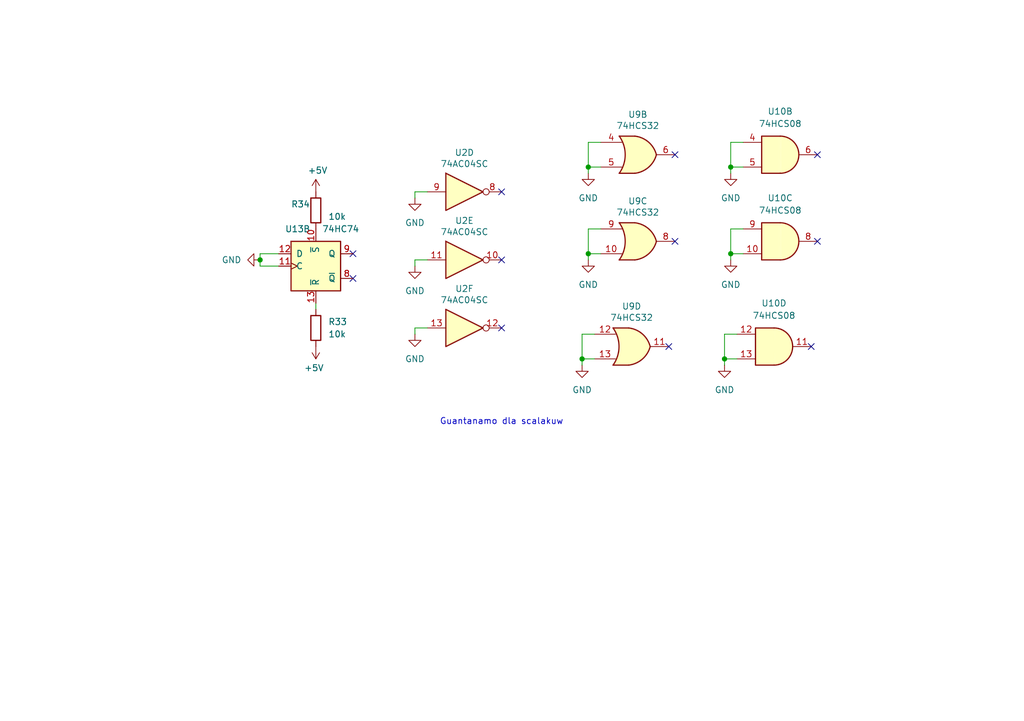
<source format=kicad_sch>
(kicad_sch (version 20250114) (generator "eeschema") (generator_version "9.0")
  (paper "A5")
  (title_block (company "Author: Przemysław Zioła") (comment 1 "Reviewer: Szymon Sambor"))
  (lib_symbols
    (symbol "74xx:74HC74" (pin_names (offset 1.016))
      (property "Reference" "U" (at -7.62 8.89 0))
      (property "Value" "74HC74" (at -7.62 -8.89 0))
      (symbol "74HC74_1_0"
        (pin input line (at -7.62 2.54 0) (length 2.54) (name "D") (number "2"))
        (pin input clock (at -7.62 0 0) (length 2.54) (name "C") (number "3"))
        (pin input line (at 0 7.62 270) (length 2.54) (name "~{S}") (number "4"))
        (pin input line (at 0 -7.62 90) (length 2.54) (name "~{R}") (number "1"))
        (pin output line (at 7.62 2.54 180) (length 2.54) (name "Q") (number "5"))
        (pin output line (at 7.62 -2.54 180) (length 2.54) (name "~{Q}") (number "6"))
      )
      (symbol "74HC74_1_1"
        (rectangle (start -5.08 5.08) (end 5.08 -5.08) (stroke (width 0.254)) (fill (type background)))
      )
      (symbol "74HC74_2_0"
        (pin input line (at -7.62 2.54 0) (length 2.54) (name "D") (number "12"))
        (pin input clock (at -7.62 0 0) (length 2.54) (name "C") (number "11"))
        (pin input line (at 0 7.62 270) (length 2.54) (name "~{S}") (number "10"))
        (pin input line (at 0 -7.62 90) (length 2.54) (name "~{R}") (number "13"))
        (pin output line (at 7.62 2.54 180) (length 2.54) (name "Q") (number "9"))
        (pin output line (at 7.62 -2.54 180) (length 2.54) (name "~{Q}") (number "8"))
      )
      (symbol "74HC74_2_1"
        (rectangle (start -5.08 5.08) (end 5.08 -5.08) (stroke (width 0.254)) (fill (type background)))
      )
      (symbol "74HC74_3_0"
        (pin power_in line (at 0 10.16 270) (length 2.54) (name "VCC") (number "14"))
        (pin power_in line (at 0 -10.16 90) (length 2.54) (name "GND") (number "7"))
      )
      (symbol "74HC74_3_1"
        (rectangle (start -5.08 7.62) (end 5.08 -7.62) (stroke (width 0.254)) (fill (type background)))
      )
    )
    (symbol "74xx:74LS08" (pin_names (offset 1.016))
      (property "Reference" "U" (at 0 1.27 0))
      (property "Value" "74LS08" (at 0 -1.27 0))
      (symbol "74LS08_1_1"
        (arc (start 0 3.81) (mid 3.7934 0) (end 0 -3.81) (stroke (width 0.254)) (fill (type background)))
        (polyline (pts (xy 0 3.81) (xy -3.81 3.81) (xy -3.81 -3.81) (xy 0 -3.81)) (stroke (width 0.254)) (fill (type background)))
        (pin input line (at -7.62 2.54 0) (length 3.81) (name "~") (number "1"))
        (pin input line (at -7.62 -2.54 0) (length 3.81) (name "~") (number "2"))
        (pin output line (at 7.62 0 180) (length 3.81) (name "~") (number "3"))
      )
      (symbol "74LS08_1_2"
        (arc (start -3.81 3.81) (mid -2.589 0) (end -3.81 -3.81) (stroke (width 0.254)))
        (polyline (pts (xy -3.81 3.81) (xy -0.635 3.81)) (stroke (width 0.254)) (fill (type background)))
        (polyline (pts (xy -3.81 -3.81) (xy -0.635 -3.81)) (stroke (width 0.254)) (fill (type background)))
        (arc (start 3.81 0) (mid 2.1855 -2.584) (end -0.6096 -3.81) (stroke (width 0.254)) (fill (type background)))
        (arc (start -0.6096 3.81) (mid 2.1928 2.5924) (end 3.81 0) (stroke (width 0.254)) (fill (type background)))
        (polyline (pts (xy -0.635 3.81) (xy -3.81 3.81) (xy -3.81 3.81) (xy -3.556 3.4036) (xy -3.0226 2.2606) (xy -2.6924 1.0414) (xy -2.6162 -0.254) (xy -2.7686 -1.4986) (xy -3.175 -2.7178) (xy -3.81 -3.81) (xy -3.81 -3.81) (xy -0.635 -3.81)) (stroke (width -25.4)) (fill (type background)))
        (pin input inverted (at -7.62 2.54 0) (length 4.318) (name "~") (number "1"))
        (pin input inverted (at -7.62 -2.54 0) (length 4.318) (name "~") (number "2"))
        (pin output inverted (at 7.62 0 180) (length 3.81) (name "~") (number "3"))
      )
      (symbol "74LS08_2_1"
        (arc (start 0 3.81) (mid 3.7934 0) (end 0 -3.81) (stroke (width 0.254)) (fill (type background)))
        (polyline (pts (xy 0 3.81) (xy -3.81 3.81) (xy -3.81 -3.81) (xy 0 -3.81)) (stroke (width 0.254)) (fill (type background)))
        (pin input line (at -7.62 2.54 0) (length 3.81) (name "~") (number "4"))
        (pin input line (at -7.62 -2.54 0) (length 3.81) (name "~") (number "5"))
        (pin output line (at 7.62 0 180) (length 3.81) (name "~") (number "6"))
      )
      (symbol "74LS08_2_2"
        (arc (start -3.81 3.81) (mid -2.589 0) (end -3.81 -3.81) (stroke (width 0.254)))
        (polyline (pts (xy -3.81 3.81) (xy -0.635 3.81)) (stroke (width 0.254)) (fill (type background)))
        (polyline (pts (xy -3.81 -3.81) (xy -0.635 -3.81)) (stroke (width 0.254)) (fill (type background)))
        (arc (start 3.81 0) (mid 2.1855 -2.584) (end -0.6096 -3.81) (stroke (width 0.254)) (fill (type background)))
        (arc (start -0.6096 3.81) (mid 2.1928 2.5924) (end 3.81 0) (stroke (width 0.254)) (fill (type background)))
        (polyline (pts (xy -0.635 3.81) (xy -3.81 3.81) (xy -3.81 3.81) (xy -3.556 3.4036) (xy -3.0226 2.2606) (xy -2.6924 1.0414) (xy -2.6162 -0.254) (xy -2.7686 -1.4986) (xy -3.175 -2.7178) (xy -3.81 -3.81) (xy -3.81 -3.81) (xy -0.635 -3.81)) (stroke (width -25.4)) (fill (type background)))
        (pin input inverted (at -7.62 2.54 0) (length 4.318) (name "~") (number "4"))
        (pin input inverted (at -7.62 -2.54 0) (length 4.318) (name "~") (number "5"))
        (pin output inverted (at 7.62 0 180) (length 3.81) (name "~") (number "6"))
      )
      (symbol "74LS08_3_1"
        (arc (start 0 3.81) (mid 3.7934 0) (end 0 -3.81) (stroke (width 0.254)) (fill (type background)))
        (polyline (pts (xy 0 3.81) (xy -3.81 3.81) (xy -3.81 -3.81) (xy 0 -3.81)) (stroke (width 0.254)) (fill (type background)))
        (pin input line (at -7.62 2.54 0) (length 3.81) (name "~") (number "9"))
        (pin input line (at -7.62 -2.54 0) (length 3.81) (name "~") (number "10"))
        (pin output line (at 7.62 0 180) (length 3.81) (name "~") (number "8"))
      )
      (symbol "74LS08_3_2"
        (arc (start -3.81 3.81) (mid -2.589 0) (end -3.81 -3.81) (stroke (width 0.254)))
        (polyline (pts (xy -3.81 3.81) (xy -0.635 3.81)) (stroke (width 0.254)) (fill (type background)))
        (polyline (pts (xy -3.81 -3.81) (xy -0.635 -3.81)) (stroke (width 0.254)) (fill (type background)))
        (arc (start 3.81 0) (mid 2.1855 -2.584) (end -0.6096 -3.81) (stroke (width 0.254)) (fill (type background)))
        (arc (start -0.6096 3.81) (mid 2.1928 2.5924) (end 3.81 0) (stroke (width 0.254)) (fill (type background)))
        (polyline (pts (xy -0.635 3.81) (xy -3.81 3.81) (xy -3.81 3.81) (xy -3.556 3.4036) (xy -3.0226 2.2606) (xy -2.6924 1.0414) (xy -2.6162 -0.254) (xy -2.7686 -1.4986) (xy -3.175 -2.7178) (xy -3.81 -3.81) (xy -3.81 -3.81) (xy -0.635 -3.81)) (stroke (width -25.4)) (fill (type background)))
        (pin input inverted (at -7.62 2.54 0) (length 4.318) (name "~") (number "9"))
        (pin input inverted (at -7.62 -2.54 0) (length 4.318) (name "~") (number "10"))
        (pin output inverted (at 7.62 0 180) (length 3.81) (name "~") (number "8"))
      )
      (symbol "74LS08_4_1"
        (arc (start 0 3.81) (mid 3.7934 0) (end 0 -3.81) (stroke (width 0.254)) (fill (type background)))
        (polyline (pts (xy 0 3.81) (xy -3.81 3.81) (xy -3.81 -3.81) (xy 0 -3.81)) (stroke (width 0.254)) (fill (type background)))
        (pin input line (at -7.62 2.54 0) (length 3.81) (name "~") (number "12"))
        (pin input line (at -7.62 -2.54 0) (length 3.81) (name "~") (number "13"))
        (pin output line (at 7.62 0 180) (length 3.81) (name "~") (number "11"))
      )
      (symbol "74LS08_4_2"
        (arc (start -3.81 3.81) (mid -2.589 0) (end -3.81 -3.81) (stroke (width 0.254)))
        (polyline (pts (xy -3.81 3.81) (xy -0.635 3.81)) (stroke (width 0.254)) (fill (type background)))
        (polyline (pts (xy -3.81 -3.81) (xy -0.635 -3.81)) (stroke (width 0.254)) (fill (type background)))
        (arc (start 3.81 0) (mid 2.1855 -2.584) (end -0.6096 -3.81) (stroke (width 0.254)) (fill (type background)))
        (arc (start -0.6096 3.81) (mid 2.1928 2.5924) (end 3.81 0) (stroke (width 0.254)) (fill (type background)))
        (polyline (pts (xy -0.635 3.81) (xy -3.81 3.81) (xy -3.81 3.81) (xy -3.556 3.4036) (xy -3.0226 2.2606) (xy -2.6924 1.0414) (xy -2.6162 -0.254) (xy -2.7686 -1.4986) (xy -3.175 -2.7178) (xy -3.81 -3.81) (xy -3.81 -3.81) (xy -0.635 -3.81)) (stroke (width -25.4)) (fill (type background)))
        (pin input inverted (at -7.62 2.54 0) (length 4.318) (name "~") (number "12"))
        (pin input inverted (at -7.62 -2.54 0) (length 4.318) (name "~") (number "13"))
        (pin output inverted (at 7.62 0 180) (length 3.81) (name "~") (number "11"))
      )
      (symbol "74LS08_5_0"
        (pin power_in line (at 0 12.7 270) (length 5.08) (name "VCC") (number "14"))
        (pin power_in line (at 0 -12.7 90) (length 5.08) (name "GND") (number "7"))
      )
      (symbol "74LS08_5_1"
        (rectangle (start -5.08 7.62) (end 5.08 -7.62) (stroke (width 0.254)) (fill (type background)))
      )
    )
    (symbol "Device:R" (pin_numbers (hide yes)) (pin_names (offset 0))
      (property "Reference" "R" (at 2.032 0 90))
      (property "Value" "R" (at 0 0 90))
      (symbol "R_0_1"
        (rectangle (start -1.016 -2.54) (end 1.016 2.54) (stroke (width 0.254)))
      )
      (symbol "R_1_1"
        (pin passive line (at 0 3.81 270) (length 1.27) (name "~") (number "1"))
        (pin passive line (at 0 -3.81 90) (length 1.27) (name "~") (number "2"))
      )
    )
    (symbol "PUTM_EV_IMD_SAFETY_2021-rescue:+5V-power" (power) (pin_names (offset 0))
      (property "Value" "+5V-power" (at 0 3.556 0))
      (symbol "+5V-power_0_1"
        (polyline (pts (xy -0.762 1.27) (xy 0 2.54)))
        (polyline (pts (xy 0 2.54) (xy 0.762 1.27)))
        (polyline (pts (xy 0 0) (xy 0 2.54)))
      )
      (symbol "+5V-power_1_1"
        (pin power_in line (at 0 0 90) (length 0) (hide yes) (name "+5V") (number "1"))
      )
    )
    (symbol "PUTM_EV_IMD_SAFETY_2021-rescue:74AHC04-74xx"
      (property "Reference" "U" (at 0 1.27 0))
      (property "Value" "74AHC04-74xx" (at 0 -1.27 0))
      (symbol "74AHC04-74xx_1_0"
        (polyline (pts (xy -3.81 3.81) (xy -3.81 -3.81) (xy 3.81 0) (xy -3.81 3.81)) (stroke (width 0.254)) (fill (type background)))
        (pin input line (at -7.62 0 0) (length 3.81) (name "~") (number "1"))
        (pin output inverted (at 7.62 0 180) (length 3.81) (name "~") (number "2"))
      )
      (symbol "74AHC04-74xx_2_0"
        (polyline (pts (xy -3.81 3.81) (xy -3.81 -3.81) (xy 3.81 0) (xy -3.81 3.81)) (stroke (width 0.254)) (fill (type background)))
        (pin input line (at -7.62 0 0) (length 3.81) (name "~") (number "3"))
        (pin output inverted (at 7.62 0 180) (length 3.81) (name "~") (number "4"))
      )
      (symbol "74AHC04-74xx_3_0"
        (polyline (pts (xy -3.81 3.81) (xy -3.81 -3.81) (xy 3.81 0) (xy -3.81 3.81)) (stroke (width 0.254)) (fill (type background)))
        (pin input line (at -7.62 0 0) (length 3.81) (name "~") (number "5"))
        (pin output inverted (at 7.62 0 180) (length 3.81) (name "~") (number "6"))
      )
      (symbol "74AHC04-74xx_4_0"
        (polyline (pts (xy -3.81 3.81) (xy -3.81 -3.81) (xy 3.81 0) (xy -3.81 3.81)) (stroke (width 0.254)) (fill (type background)))
        (pin input line (at -7.62 0 0) (length 3.81) (name "~") (number "9"))
        (pin output inverted (at 7.62 0 180) (length 3.81) (name "~") (number "8"))
      )
      (symbol "74AHC04-74xx_5_0"
        (polyline (pts (xy -3.81 3.81) (xy -3.81 -3.81) (xy 3.81 0) (xy -3.81 3.81)) (stroke (width 0.254)) (fill (type background)))
        (pin input line (at -7.62 0 0) (length 3.81) (name "~") (number "11"))
        (pin output inverted (at 7.62 0 180) (length 3.81) (name "~") (number "10"))
      )
      (symbol "74AHC04-74xx_6_0"
        (polyline (pts (xy -3.81 3.81) (xy -3.81 -3.81) (xy 3.81 0) (xy -3.81 3.81)) (stroke (width 0.254)) (fill (type background)))
        (pin input line (at -7.62 0 0) (length 3.81) (name "~") (number "13"))
        (pin output inverted (at 7.62 0 180) (length 3.81) (name "~") (number "12"))
      )
      (symbol "74AHC04-74xx_7_0"
        (pin power_in line (at 0 12.7 270) (length 5.08) (name "VCC") (number "14"))
        (pin power_in line (at 0 -12.7 90) (length 5.08) (name "GND") (number "7"))
      )
      (symbol "74AHC04-74xx_7_1"
        (rectangle (start -5.08 7.62) (end 5.08 -7.62) (stroke (width 0.254)) (fill (type background)))
      )
    )
    (symbol "PUTM_EV_IMD_SAFETY_2021-rescue:74LS32-74xx" (pin_names (offset 1.016))
      (property "Reference" "U" (at 0 1.27 0))
      (property "Value" "74LS32-74xx" (at 0 -1.27 0))
      (symbol "74LS32-74xx_1_1"
        (arc (start -3.81 3.81) (mid -2.589 0) (end -3.81 -3.81) (stroke (width 0.254)))
        (polyline (pts (xy -3.81 3.81) (xy -0.635 3.81)) (stroke (width 0.254)) (fill (type background)))
        (polyline (pts (xy -3.81 -3.81) (xy -0.635 -3.81)) (stroke (width 0.254)) (fill (type background)))
        (arc (start 3.81 0) (mid 2.1855 -2.584) (end -0.6096 -3.81) (stroke (width 0.254)) (fill (type background)))
        (arc (start -0.6096 3.81) (mid 2.1928 2.5924) (end 3.81 0) (stroke (width 0.254)) (fill (type background)))
        (polyline (pts (xy -0.635 3.81) (xy -3.81 3.81) (xy -3.81 3.81) (xy -3.556 3.4036) (xy -3.0226 2.2606) (xy -2.6924 1.0414) (xy -2.6162 -0.254) (xy -2.7686 -1.4986) (xy -3.175 -2.7178) (xy -3.81 -3.81) (xy -3.81 -3.81) (xy -0.635 -3.81)) (stroke (width -25.4)) (fill (type background)))
        (pin input line (at -7.62 2.54 0) (length 4.318) (name "~") (number "1"))
        (pin input line (at -7.62 -2.54 0) (length 4.318) (name "~") (number "2"))
        (pin output line (at 7.62 0 180) (length 3.81) (name "~") (number "3"))
      )
      (symbol "74LS32-74xx_1_2"
        (arc (start 0 3.81) (mid 3.7934 0) (end 0 -3.81) (stroke (width 0.254)) (fill (type background)))
        (polyline (pts (xy 0 3.81) (xy -3.81 3.81) (xy -3.81 -3.81) (xy 0 -3.81)) (stroke (width 0.254)) (fill (type background)))
        (pin input inverted (at -7.62 2.54 0) (length 3.81) (name "~") (number "1"))
        (pin input inverted (at -7.62 -2.54 0) (length 3.81) (name "~") (number "2"))
        (pin output inverted (at 7.62 0 180) (length 3.81) (name "~") (number "3"))
      )
      (symbol "74LS32-74xx_2_1"
        (arc (start -3.81 3.81) (mid -2.589 0) (end -3.81 -3.81) (stroke (width 0.254)))
        (polyline (pts (xy -3.81 3.81) (xy -0.635 3.81)) (stroke (width 0.254)) (fill (type background)))
        (polyline (pts (xy -3.81 -3.81) (xy -0.635 -3.81)) (stroke (width 0.254)) (fill (type background)))
        (arc (start 3.81 0) (mid 2.1855 -2.584) (end -0.6096 -3.81) (stroke (width 0.254)) (fill (type background)))
        (arc (start -0.6096 3.81) (mid 2.1928 2.5924) (end 3.81 0) (stroke (width 0.254)) (fill (type background)))
        (polyline (pts (xy -0.635 3.81) (xy -3.81 3.81) (xy -3.81 3.81) (xy -3.556 3.4036) (xy -3.0226 2.2606) (xy -2.6924 1.0414) (xy -2.6162 -0.254) (xy -2.7686 -1.4986) (xy -3.175 -2.7178) (xy -3.81 -3.81) (xy -3.81 -3.81) (xy -0.635 -3.81)) (stroke (width -25.4)) (fill (type background)))
        (pin input line (at -7.62 2.54 0) (length 4.318) (name "~") (number "4"))
        (pin input line (at -7.62 -2.54 0) (length 4.318) (name "~") (number "5"))
        (pin output line (at 7.62 0 180) (length 3.81) (name "~") (number "6"))
      )
      (symbol "74LS32-74xx_2_2"
        (arc (start 0 3.81) (mid 3.7934 0) (end 0 -3.81) (stroke (width 0.254)) (fill (type background)))
        (polyline (pts (xy 0 3.81) (xy -3.81 3.81) (xy -3.81 -3.81) (xy 0 -3.81)) (stroke (width 0.254)) (fill (type background)))
        (pin input inverted (at -7.62 2.54 0) (length 3.81) (name "~") (number "4"))
        (pin input inverted (at -7.62 -2.54 0) (length 3.81) (name "~") (number "5"))
        (pin output inverted (at 7.62 0 180) (length 3.81) (name "~") (number "6"))
      )
      (symbol "74LS32-74xx_3_1"
        (arc (start -3.81 3.81) (mid -2.589 0) (end -3.81 -3.81) (stroke (width 0.254)))
        (polyline (pts (xy -3.81 3.81) (xy -0.635 3.81)) (stroke (width 0.254)) (fill (type background)))
        (polyline (pts (xy -3.81 -3.81) (xy -0.635 -3.81)) (stroke (width 0.254)) (fill (type background)))
        (arc (start 3.81 0) (mid 2.1855 -2.584) (end -0.6096 -3.81) (stroke (width 0.254)) (fill (type background)))
        (arc (start -0.6096 3.81) (mid 2.1928 2.5924) (end 3.81 0) (stroke (width 0.254)) (fill (type background)))
        (polyline (pts (xy -0.635 3.81) (xy -3.81 3.81) (xy -3.81 3.81) (xy -3.556 3.4036) (xy -3.0226 2.2606) (xy -2.6924 1.0414) (xy -2.6162 -0.254) (xy -2.7686 -1.4986) (xy -3.175 -2.7178) (xy -3.81 -3.81) (xy -3.81 -3.81) (xy -0.635 -3.81)) (stroke (width -25.4)) (fill (type background)))
        (pin input line (at -7.62 2.54 0) (length 4.318) (name "~") (number "9"))
        (pin input line (at -7.62 -2.54 0) (length 4.318) (name "~") (number "10"))
        (pin output line (at 7.62 0 180) (length 3.81) (name "~") (number "8"))
      )
      (symbol "74LS32-74xx_3_2"
        (arc (start 0 3.81) (mid 3.7934 0) (end 0 -3.81) (stroke (width 0.254)) (fill (type background)))
        (polyline (pts (xy 0 3.81) (xy -3.81 3.81) (xy -3.81 -3.81) (xy 0 -3.81)) (stroke (width 0.254)) (fill (type background)))
        (pin input inverted (at -7.62 2.54 0) (length 3.81) (name "~") (number "9"))
        (pin input inverted (at -7.62 -2.54 0) (length 3.81) (name "~") (number "10"))
        (pin output inverted (at 7.62 0 180) (length 3.81) (name "~") (number "8"))
      )
      (symbol "74LS32-74xx_4_1"
        (arc (start -3.81 3.81) (mid -2.589 0) (end -3.81 -3.81) (stroke (width 0.254)))
        (polyline (pts (xy -3.81 3.81) (xy -0.635 3.81)) (stroke (width 0.254)) (fill (type background)))
        (polyline (pts (xy -3.81 -3.81) (xy -0.635 -3.81)) (stroke (width 0.254)) (fill (type background)))
        (arc (start 3.81 0) (mid 2.1855 -2.584) (end -0.6096 -3.81) (stroke (width 0.254)) (fill (type background)))
        (arc (start -0.6096 3.81) (mid 2.1928 2.5924) (end 3.81 0) (stroke (width 0.254)) (fill (type background)))
        (polyline (pts (xy -0.635 3.81) (xy -3.81 3.81) (xy -3.81 3.81) (xy -3.556 3.4036) (xy -3.0226 2.2606) (xy -2.6924 1.0414) (xy -2.6162 -0.254) (xy -2.7686 -1.4986) (xy -3.175 -2.7178) (xy -3.81 -3.81) (xy -3.81 -3.81) (xy -0.635 -3.81)) (stroke (width -25.4)) (fill (type background)))
        (pin input line (at -7.62 2.54 0) (length 4.318) (name "~") (number "12"))
        (pin input line (at -7.62 -2.54 0) (length 4.318) (name "~") (number "13"))
        (pin output line (at 7.62 0 180) (length 3.81) (name "~") (number "11"))
      )
      (symbol "74LS32-74xx_4_2"
        (arc (start 0 3.81) (mid 3.7934 0) (end 0 -3.81) (stroke (width 0.254)) (fill (type background)))
        (polyline (pts (xy 0 3.81) (xy -3.81 3.81) (xy -3.81 -3.81) (xy 0 -3.81)) (stroke (width 0.254)) (fill (type background)))
        (pin input inverted (at -7.62 2.54 0) (length 3.81) (name "~") (number "12"))
        (pin input inverted (at -7.62 -2.54 0) (length 3.81) (name "~") (number "13"))
        (pin output inverted (at 7.62 0 180) (length 3.81) (name "~") (number "11"))
      )
      (symbol "74LS32-74xx_5_0"
        (pin power_in line (at 0 12.7 270) (length 5.08) (name "VCC") (number "14"))
        (pin power_in line (at 0 -12.7 90) (length 5.08) (name "GND") (number "7"))
      )
      (symbol "74LS32-74xx_5_1"
        (rectangle (start -5.08 7.62) (end 5.08 -7.62) (stroke (width 0.254)) (fill (type background)))
      )
    )
    (symbol "power:GND" (power) (pin_numbers (hide yes)) (pin_names (offset 0) (hide yes))
      (property "Value" "GND" (at 0 -3.81 0))
      (symbol "GND_0_1"
        (polyline (pts (xy 0 0) (xy 0 -1.27) (xy 1.27 -1.27) (xy 0 -2.54) (xy -1.27 -1.27) (xy 0 -1.27)))
      )
      (symbol "GND_1_1"
        (pin power_in line (at 0 0 270) (length 0) (name "~") (number "1"))
      )
    )
  )
  (text "Guantanamo dla scalakuw\n\n" (at 102.87 87.63 0) (effects (font (size 1.27 1.27))))
  (junction (at 149.86 52.07))
  (junction (at 120.65 34.29))
  (junction (at 149.86 34.29))
  (junction (at 53.34 53.34))
  (junction (at 119.38 73.66))
  (junction (at 148.59 73.66))
  (junction (at 120.65 52.07))
  (no_connect (at 138.43 31.75))
  (no_connect (at 72.39 57.15))
  (no_connect (at 166.37 71.12))
  (no_connect (at 167.64 31.75))
  (no_connect (at 167.64 49.53))
  (no_connect (at 72.39 52.07))
  (no_connect (at 102.87 39.37))
  (no_connect (at 137.16 71.12))
  (no_connect (at 138.43 49.53))
  (no_connect (at 102.87 53.34))
  (no_connect (at 102.87 67.31))
  (wire (pts (xy 85.09 53.34) (xy 87.63 53.34)))
  (wire (pts (xy 120.65 52.07) (xy 123.19 52.07)))
  (wire (pts (xy 53.34 53.34) (xy 53.34 54.61)))
  (wire (pts (xy 120.65 34.29) (xy 120.65 29.21)))
  (wire (pts (xy 149.86 29.21) (xy 152.4 29.21)))
  (wire (pts (xy 85.09 40.64) (xy 85.09 39.37)))
  (wire (pts (xy 149.86 46.99) (xy 152.4 46.99)))
  (wire (pts (xy 148.59 73.66) (xy 151.13 73.66)))
  (wire (pts (xy 120.65 34.29) (xy 123.19 34.29)))
  (wire (pts (xy 85.09 68.58) (xy 85.09 67.31)))
  (wire (pts (xy 149.86 53.34) (xy 149.86 52.07)))
  (wire (pts (xy 85.09 67.31) (xy 87.63 67.31)))
  (wire (pts (xy 53.34 54.61) (xy 57.15 54.61)))
  (wire (pts (xy 148.59 74.93) (xy 148.59 73.66)))
  (wire (pts (xy 53.34 52.07) (xy 53.34 53.34)))
  (wire (pts (xy 149.86 34.29) (xy 152.4 34.29)))
  (wire (pts (xy 85.09 39.37) (xy 87.63 39.37)))
  (wire (pts (xy 120.65 46.99) (xy 123.19 46.99)))
  (wire (pts (xy 119.38 74.93) (xy 119.38 73.66)))
  (wire (pts (xy 119.38 73.66) (xy 121.92 73.66)))
  (wire (pts (xy 64.77 62.23) (xy 64.77 63.5)))
  (wire (pts (xy 148.59 73.66) (xy 148.59 68.58)))
  (wire (pts (xy 120.65 35.56) (xy 120.65 34.29)))
  (wire (pts (xy 149.86 34.29) (xy 149.86 29.21)))
  (wire (pts (xy 120.65 52.07) (xy 120.65 46.99)))
  (wire (pts (xy 120.65 29.21) (xy 123.19 29.21)))
  (wire (pts (xy 149.86 52.07) (xy 152.4 52.07)))
  (wire (pts (xy 119.38 68.58) (xy 121.92 68.58)))
  (wire (pts (xy 120.65 53.34) (xy 120.65 52.07)))
  (wire (pts (xy 149.86 35.56) (xy 149.86 34.29)))
  (wire (pts (xy 57.15 52.07) (xy 53.34 52.07)))
  (wire (pts (xy 119.38 73.66) (xy 119.38 68.58)))
  (wire (pts (xy 148.59 68.58) (xy 151.13 68.58)))
  (wire (pts (xy 149.86 52.07) (xy 149.86 46.99)))
  (wire (pts (xy 85.09 54.61) (xy 85.09 53.34)))
  (symbol (lib_id "power:GND") (at 53.34 53.34 270) (unit 1)
    (property "Reference" "#PWR063" (effects (hide yes)))
    (property "Value" "GND" (at 49.53 53.3399 90) (effects (justify right)))
    (property "Description" "Power symbol creates a global label with name \"GND\" , ground" (effects (hide yes)))
  )
  (symbol (lib_id "power:GND") (at 149.86 35.56 0) (unit 1)
    (property "Reference" "#PWR070" (effects (hide yes)))
    (property "Value" "GND" (at 149.86 40.64 0))
    (property "Description" "Power symbol creates a global label with name \"GND\" , ground" (effects (hide yes)))
  )
  (symbol (lib_id "power:GND") (at 149.86 53.34 0) (unit 1)
    (property "Reference" "#PWR072" (effects (hide yes)))
    (property "Value" "GND" (at 149.86 58.42 0))
    (property "Description" "Power symbol creates a global label with name \"GND\" , ground" (effects (hide yes)))
  )
  (symbol (lib_id "power:GND") (at 119.38 74.93 0) (unit 1)
    (property "Reference" "#PWR073" (effects (hide yes)))
    (property "Value" "GND" (at 119.38 80.01 0))
    (property "Description" "Power symbol creates a global label with name \"GND\" , ground" (effects (hide yes)))
  )
  (symbol (lib_id "power:GND") (at 148.59 74.93 0) (unit 1)
    (property "Reference" "#PWR074" (effects (hide yes)))
    (property "Value" "GND" (at 148.59 80.01 0))
    (property "Description" "Power symbol creates a global label with name \"GND\" , ground" (effects (hide yes)))
  )
  (symbol (lib_id "PUTM_EV_IMD_SAFETY_2021-rescue:74AHC04-74xx") (at 95.25 53.34 0) (unit 5)
    (property "Reference" "U2" (at 95.25 45.2882 0))
    (property "Value" "74AC04SC" (at 95.25 47.5996 0))
    (property "Footprint" "Package_SO:SOIC-14_3.9x8.7mm_P1.27mm" (effects (hide yes)))
    (property "Datasheet" "https://assets.nexperia.com/documents/data-sheet/74AHC_AHCT04.pdf" (effects (hide yes)))
    (property "Description" "Hex NOT gate" (effects (hide yes)))
    (property "Mouser#" " 512-74AC04SC " (effects (hide yes)))
  )
  (symbol (lib_id "power:GND") (at 85.09 40.64 0) (unit 1)
    (property "Reference" "#PWR067" (effects (hide yes)))
    (property "Value" "GND" (at 85.09 45.72 0))
    (property "Description" "Power symbol creates a global label with name \"GND\" , ground" (effects (hide yes)))
  )
  (symbol (lib_id "PUTM_EV_IMD_SAFETY_2021-rescue:+5V-power") (at 64.77 39.37 0) (unit 1)
    (property "Reference" "#PWR064" (effects (hide yes)))
    (property "Value" "+5V" (at 65.151 34.9758 0))
  )
  (symbol (lib_id "Device:R") (at 64.77 67.31 0) (unit 1)
    (property "Reference" "R33" (at 67.31 66.0399 0) (effects (justify left)))
    (property "Value" "10k" (at 67.31 68.5799 0) (effects (justify left)))
    (property "Footprint" "Resistor_SMD:R_0603_1608Metric" (effects (hide yes)))
    (property "Description" "Resistor" (effects (hide yes)))
  )
  (symbol (lib_id "74xx:74LS08") (at 160.02 31.75 0) (unit 2)
    (property "Reference" "U10" (at 160.0117 22.86 0))
    (property "Value" "74HCS08" (at 160.0117 25.4 0))
    (property "Footprint" "Samacsys:SOP65P640X120-14N" (effects (hide yes)))
    (property "Datasheet" "https://www.ti.com/lit/ds/symlink/sn74hcs08-q1.pdf?ts=1712915805737&ref_url=https%253A%252F%252Fwww.ti.com%252Fproduct%252FSN74HCS08-Q1" (effects (hide yes)))
    (property "Description" "Quad And2" (effects (hide yes)))
    (property "Mouser#" " 595-SN74HCS08PWR " (effects (hide yes)))
  )
  (symbol (lib_id "power:GND") (at 120.65 35.56 0) (unit 1)
    (property "Reference" "#PWR069" (effects (hide yes)))
    (property "Value" "GND" (at 120.65 40.64 0))
    (property "Description" "Power symbol creates a global label with name \"GND\" , ground" (effects (hide yes)))
  )
  (symbol (lib_id "PUTM_EV_IMD_SAFETY_2021-rescue:74LS32-74xx") (at 129.54 71.12 0) (unit 4)
    (property "Reference" "U9" (at 129.54 62.865 0))
    (property "Value" "74HCS32" (at 129.54 65.1764 0))
    (property "Footprint" "Samacsys:SOP65P640X120-14N" (effects (hide yes)))
    (property "Datasheet" "https://www.ti.com/lit/ds/symlink/sn74hcs32.pdf?ts=1712922611030&ref_url=https%253A%252F%252Fwww.mouser.it%252F" (effects (hide yes)))
    (property "Mouser#" "595-SN74HCS32PWR " (effects (hide yes)))
  )
  (symbol (lib_id "PUTM_EV_IMD_SAFETY_2021-rescue:74AHC04-74xx") (at 95.25 39.37 0) (unit 4)
    (property "Reference" "U2" (at 95.25 31.3182 0))
    (property "Value" "74AC04SC" (at 95.25 33.6296 0))
    (property "Footprint" "Package_SO:SOIC-14_3.9x8.7mm_P1.27mm" (effects (hide yes)))
    (property "Datasheet" "https://assets.nexperia.com/documents/data-sheet/74AHC_AHCT04.pdf" (effects (hide yes)))
    (property "Description" "Hex NOT gate" (effects (hide yes)))
    (property "Mouser#" " 512-74AC04SC " (effects (hide yes)))
  )
  (symbol (lib_id "Device:R") (at 64.77 43.18 0) (unit 1)
    (property "Reference" "R34" (at 59.69 41.91 0) (effects (justify left)))
    (property "Value" "10k" (at 67.31 44.4499 0) (effects (justify left)))
    (property "Footprint" "Resistor_SMD:R_0603_1608Metric" (effects (hide yes)))
    (property "Description" "Resistor" (effects (hide yes)))
  )
  (symbol (lib_id "power:GND") (at 120.65 53.34 0) (unit 1)
    (property "Reference" "#PWR071" (effects (hide yes)))
    (property "Value" "GND" (at 120.65 58.42 0))
    (property "Description" "Power symbol creates a global label with name \"GND\" , ground" (effects (hide yes)))
  )
  (symbol (lib_id "74xx:74HC74") (at 64.77 54.61 0) (unit 2)
    (property "Reference" "U13" (at 58.42 46.99 0) (effects (justify left)))
    (property "Value" "74HC74" (at 66.04 46.99 0) (effects (justify left)))
    (property "Footprint" "Samacsys:SOP65P640X120-14N" (effects (hide yes)))
    (property "Datasheet" "https://www.ti.com/lit/ds/symlink/sn74hc74-q1.pdf?ts=1712945497310&ref_url=https%253A%252F%252Fwww.mouser.pl%252F" (effects (hide yes)))
    (property "Description" "Dual D Flip-flop, Set & Reset" (effects (hide yes)))
  )
  (symbol (lib_id "PUTM_EV_IMD_SAFETY_2021-rescue:74LS32-74xx") (at 130.81 49.53 0) (unit 3)
    (property "Reference" "U9" (at 130.81 41.275 0))
    (property "Value" "74HCS32" (at 130.81 43.5864 0))
    (property "Footprint" "Samacsys:SOP65P640X120-14N" (effects (hide yes)))
    (property "Datasheet" "https://www.ti.com/lit/ds/symlink/sn74hcs32.pdf?ts=1712922611030&ref_url=https%253A%252F%252Fwww.mouser.it%252F" (effects (hide yes)))
    (property "Mouser#" "595-SN74HCS32PWR " (effects (hide yes)))
  )
  (symbol (lib_id "power:GND") (at 85.09 54.61 0) (unit 1)
    (property "Reference" "#PWR066" (effects (hide yes)))
    (property "Value" "GND" (at 85.09 59.69 0))
    (property "Description" "Power symbol creates a global label with name \"GND\" , ground" (effects (hide yes)))
  )
  (symbol (lib_id "PUTM_EV_IMD_SAFETY_2021-rescue:74LS32-74xx") (at 130.81 31.75 0) (unit 2)
    (property "Reference" "U9" (at 130.81 23.495 0))
    (property "Value" "74HCS32" (at 130.81 25.8064 0))
    (property "Footprint" "Samacsys:SOP65P640X120-14N" (effects (hide yes)))
    (property "Datasheet" "https://www.ti.com/lit/ds/symlink/sn74hcs32.pdf?ts=1712922611030&ref_url=https%253A%252F%252Fwww.mouser.it%252F" (effects (hide yes)))
    (property "Mouser#" "595-SN74HCS32PWR " (effects (hide yes)))
  )
  (symbol (lib_id "74xx:74LS08") (at 160.02 49.53 0) (unit 3)
    (property "Reference" "U10" (at 160.0117 40.64 0))
    (property "Value" "74HCS08" (at 160.0117 43.18 0))
    (property "Footprint" "Samacsys:SOP65P640X120-14N" (effects (hide yes)))
    (property "Datasheet" "https://www.ti.com/lit/ds/symlink/sn74hcs08-q1.pdf?ts=1712915805737&ref_url=https%253A%252F%252Fwww.ti.com%252Fproduct%252FSN74HCS08-Q1" (effects (hide yes)))
    (property "Description" "Quad And2" (effects (hide yes)))
    (property "Mouser#" " 595-SN74HCS08PWR " (effects (hide yes)))
  )
  (symbol (lib_id "PUTM_EV_IMD_SAFETY_2021-rescue:+5V-power") (at 64.77 71.12 180) (unit 1)
    (property "Reference" "#PWR068" (effects (hide yes)))
    (property "Value" "+5V" (at 64.389 75.5142 0))
  )
  (symbol (lib_id "PUTM_EV_IMD_SAFETY_2021-rescue:74AHC04-74xx") (at 95.25 67.31 0) (unit 6)
    (property "Reference" "U2" (at 95.25 59.2582 0))
    (property "Value" "74AC04SC" (at 95.25 61.5696 0))
    (property "Footprint" "Package_SO:SOIC-14_3.9x8.7mm_P1.27mm" (effects (hide yes)))
    (property "Datasheet" "https://assets.nexperia.com/documents/data-sheet/74AHC_AHCT04.pdf" (effects (hide yes)))
    (property "Description" "Hex NOT gate" (effects (hide yes)))
    (property "Mouser#" " 512-74AC04SC " (effects (hide yes)))
  )
  (symbol (lib_id "74xx:74LS08") (at 158.75 71.12 0) (unit 4)
    (property "Reference" "U10" (at 158.7417 62.23 0))
    (property "Value" "74HCS08" (at 158.7417 64.77 0))
    (property "Footprint" "Samacsys:SOP65P640X120-14N" (effects (hide yes)))
    (property "Datasheet" "https://www.ti.com/lit/ds/symlink/sn74hcs08-q1.pdf?ts=1712915805737&ref_url=https%253A%252F%252Fwww.ti.com%252Fproduct%252FSN74HCS08-Q1" (effects (hide yes)))
    (property "Description" "Quad And2" (effects (hide yes)))
    (property "Mouser#" " 595-SN74HCS08PWR " (effects (hide yes)))
  )
  (symbol (lib_id "power:GND") (at 85.09 68.58 0) (unit 1)
    (property "Reference" "#PWR065" (effects (hide yes)))
    (property "Value" "GND" (at 85.09 73.66 0))
    (property "Description" "Power symbol creates a global label with name \"GND\" , ground" (effects (hide yes)))
  )
)
</source>
